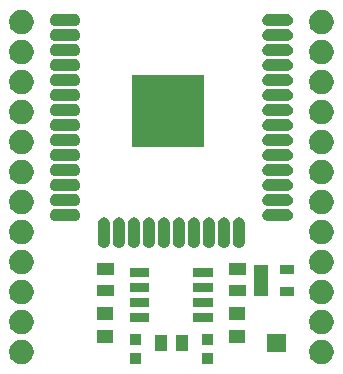
<source format=gbr>
G04 #@! TF.GenerationSoftware,KiCad,Pcbnew,(5.0.2)-1*
G04 #@! TF.CreationDate,2019-10-09T16:14:47+02:00*
G04 #@! TF.ProjectId,esp32-lifepo4,65737033-322d-46c6-9966-65706f342e6b,rev?*
G04 #@! TF.SameCoordinates,Original*
G04 #@! TF.FileFunction,Soldermask,Top*
G04 #@! TF.FilePolarity,Negative*
%FSLAX46Y46*%
G04 Gerber Fmt 4.6, Leading zero omitted, Abs format (unit mm)*
G04 Created by KiCad (PCBNEW (5.0.2)-1) date 09/10/2019 16:14:47*
%MOMM*%
%LPD*%
G01*
G04 APERTURE LIST*
%ADD10C,0.150000*%
G04 APERTURE END LIST*
D10*
G36*
X170483765Y-98058620D02*
X170673289Y-98137123D01*
X170843855Y-98251092D01*
X170988908Y-98396145D01*
X171102877Y-98566711D01*
X171181380Y-98756235D01*
X171221400Y-98957430D01*
X171221400Y-99162570D01*
X171181380Y-99363765D01*
X171102877Y-99553289D01*
X170988908Y-99723855D01*
X170843855Y-99868908D01*
X170673289Y-99982877D01*
X170483765Y-100061380D01*
X170282570Y-100101400D01*
X170077430Y-100101400D01*
X169876235Y-100061380D01*
X169686711Y-99982877D01*
X169516145Y-99868908D01*
X169371092Y-99723855D01*
X169257123Y-99553289D01*
X169178620Y-99363765D01*
X169138600Y-99162570D01*
X169138600Y-98957430D01*
X169178620Y-98756235D01*
X169257123Y-98566711D01*
X169371092Y-98396145D01*
X169516145Y-98251092D01*
X169686711Y-98137123D01*
X169876235Y-98058620D01*
X170077430Y-98018600D01*
X170282570Y-98018600D01*
X170483765Y-98058620D01*
X170483765Y-98058620D01*
G37*
G36*
X145083765Y-98058620D02*
X145273289Y-98137123D01*
X145443855Y-98251092D01*
X145588908Y-98396145D01*
X145702877Y-98566711D01*
X145781380Y-98756235D01*
X145821400Y-98957430D01*
X145821400Y-99162570D01*
X145781380Y-99363765D01*
X145702877Y-99553289D01*
X145588908Y-99723855D01*
X145443855Y-99868908D01*
X145273289Y-99982877D01*
X145083765Y-100061380D01*
X144882570Y-100101400D01*
X144677430Y-100101400D01*
X144476235Y-100061380D01*
X144286711Y-99982877D01*
X144116145Y-99868908D01*
X143971092Y-99723855D01*
X143857123Y-99553289D01*
X143778620Y-99363765D01*
X143738600Y-99162570D01*
X143738600Y-98957430D01*
X143778620Y-98756235D01*
X143857123Y-98566711D01*
X143971092Y-98396145D01*
X144116145Y-98251092D01*
X144286711Y-98137123D01*
X144476235Y-98058620D01*
X144677430Y-98018600D01*
X144882570Y-98018600D01*
X145083765Y-98058620D01*
X145083765Y-98058620D01*
G37*
G36*
X154883000Y-100057000D02*
X153981000Y-100057000D01*
X153981000Y-99155000D01*
X154883000Y-99155000D01*
X154883000Y-100057000D01*
X154883000Y-100057000D01*
G37*
G36*
X160979000Y-100057000D02*
X160077000Y-100057000D01*
X160077000Y-99155000D01*
X160979000Y-99155000D01*
X160979000Y-100057000D01*
X160979000Y-100057000D01*
G37*
G36*
X167195500Y-99034600D02*
X165544500Y-99034600D01*
X165544500Y-97561400D01*
X167195500Y-97561400D01*
X167195500Y-99034600D01*
X167195500Y-99034600D01*
G37*
G36*
X157081220Y-98999040D02*
X156080460Y-98999040D01*
X156080460Y-97596960D01*
X157081220Y-97596960D01*
X157081220Y-98999040D01*
X157081220Y-98999040D01*
G37*
G36*
X158879540Y-98999040D02*
X157878780Y-98999040D01*
X157878780Y-97596960D01*
X158879540Y-97596960D01*
X158879540Y-98999040D01*
X158879540Y-98999040D01*
G37*
G36*
X160979000Y-98457000D02*
X160077000Y-98457000D01*
X160077000Y-97555000D01*
X160979000Y-97555000D01*
X160979000Y-98457000D01*
X160979000Y-98457000D01*
G37*
G36*
X154883000Y-98457000D02*
X153981000Y-98457000D01*
X153981000Y-97555000D01*
X154883000Y-97555000D01*
X154883000Y-98457000D01*
X154883000Y-98457000D01*
G37*
G36*
X163744000Y-98325000D02*
X162392000Y-98325000D01*
X162392000Y-97223000D01*
X163744000Y-97223000D01*
X163744000Y-98325000D01*
X163744000Y-98325000D01*
G37*
G36*
X152568000Y-98325000D02*
X151216000Y-98325000D01*
X151216000Y-97223000D01*
X152568000Y-97223000D01*
X152568000Y-98325000D01*
X152568000Y-98325000D01*
G37*
G36*
X170483765Y-95518620D02*
X170673289Y-95597123D01*
X170843855Y-95711092D01*
X170988908Y-95856145D01*
X171102877Y-96026711D01*
X171181380Y-96216235D01*
X171221400Y-96417430D01*
X171221400Y-96622570D01*
X171181380Y-96823765D01*
X171102877Y-97013289D01*
X170988908Y-97183855D01*
X170843855Y-97328908D01*
X170673289Y-97442877D01*
X170483765Y-97521380D01*
X170282570Y-97561400D01*
X170077430Y-97561400D01*
X169876235Y-97521380D01*
X169686711Y-97442877D01*
X169516145Y-97328908D01*
X169371092Y-97183855D01*
X169257123Y-97013289D01*
X169178620Y-96823765D01*
X169138600Y-96622570D01*
X169138600Y-96417430D01*
X169178620Y-96216235D01*
X169257123Y-96026711D01*
X169371092Y-95856145D01*
X169516145Y-95711092D01*
X169686711Y-95597123D01*
X169876235Y-95518620D01*
X170077430Y-95478600D01*
X170282570Y-95478600D01*
X170483765Y-95518620D01*
X170483765Y-95518620D01*
G37*
G36*
X145083765Y-95518620D02*
X145273289Y-95597123D01*
X145443855Y-95711092D01*
X145588908Y-95856145D01*
X145702877Y-96026711D01*
X145781380Y-96216235D01*
X145821400Y-96417430D01*
X145821400Y-96622570D01*
X145781380Y-96823765D01*
X145702877Y-97013289D01*
X145588908Y-97183855D01*
X145443855Y-97328908D01*
X145273289Y-97442877D01*
X145083765Y-97521380D01*
X144882570Y-97561400D01*
X144677430Y-97561400D01*
X144476235Y-97521380D01*
X144286711Y-97442877D01*
X144116145Y-97328908D01*
X143971092Y-97183855D01*
X143857123Y-97013289D01*
X143778620Y-96823765D01*
X143738600Y-96622570D01*
X143738600Y-96417430D01*
X143778620Y-96216235D01*
X143857123Y-96026711D01*
X143971092Y-95856145D01*
X144116145Y-95711092D01*
X144286711Y-95597123D01*
X144476235Y-95518620D01*
X144677430Y-95478600D01*
X144882570Y-95478600D01*
X145083765Y-95518620D01*
X145083765Y-95518620D01*
G37*
G36*
X155606000Y-96490000D02*
X153954000Y-96490000D01*
X153954000Y-95788000D01*
X155606000Y-95788000D01*
X155606000Y-96490000D01*
X155606000Y-96490000D01*
G37*
G36*
X161006000Y-96490000D02*
X159354000Y-96490000D01*
X159354000Y-95788000D01*
X161006000Y-95788000D01*
X161006000Y-96490000D01*
X161006000Y-96490000D01*
G37*
G36*
X163744000Y-96325000D02*
X162392000Y-96325000D01*
X162392000Y-95223000D01*
X163744000Y-95223000D01*
X163744000Y-96325000D01*
X163744000Y-96325000D01*
G37*
G36*
X152568000Y-96325000D02*
X151216000Y-96325000D01*
X151216000Y-95223000D01*
X152568000Y-95223000D01*
X152568000Y-96325000D01*
X152568000Y-96325000D01*
G37*
G36*
X161006000Y-95220000D02*
X159354000Y-95220000D01*
X159354000Y-94518000D01*
X161006000Y-94518000D01*
X161006000Y-95220000D01*
X161006000Y-95220000D01*
G37*
G36*
X155606000Y-95220000D02*
X153954000Y-95220000D01*
X153954000Y-94518000D01*
X155606000Y-94518000D01*
X155606000Y-95220000D01*
X155606000Y-95220000D01*
G37*
G36*
X145083765Y-92978620D02*
X145273289Y-93057123D01*
X145443855Y-93171092D01*
X145588908Y-93316145D01*
X145702877Y-93486711D01*
X145781380Y-93676235D01*
X145821400Y-93877430D01*
X145821400Y-94082570D01*
X145781380Y-94283765D01*
X145702877Y-94473289D01*
X145588908Y-94643855D01*
X145443855Y-94788908D01*
X145273289Y-94902877D01*
X145083765Y-94981380D01*
X144882570Y-95021400D01*
X144677430Y-95021400D01*
X144476235Y-94981380D01*
X144286711Y-94902877D01*
X144116145Y-94788908D01*
X143971092Y-94643855D01*
X143857123Y-94473289D01*
X143778620Y-94283765D01*
X143738600Y-94082570D01*
X143738600Y-93877430D01*
X143778620Y-93676235D01*
X143857123Y-93486711D01*
X143971092Y-93316145D01*
X144116145Y-93171092D01*
X144286711Y-93057123D01*
X144476235Y-92978620D01*
X144677430Y-92938600D01*
X144882570Y-92938600D01*
X145083765Y-92978620D01*
X145083765Y-92978620D01*
G37*
G36*
X170483765Y-92978620D02*
X170673289Y-93057123D01*
X170843855Y-93171092D01*
X170988908Y-93316145D01*
X171102877Y-93486711D01*
X171181380Y-93676235D01*
X171221400Y-93877430D01*
X171221400Y-94082570D01*
X171181380Y-94283765D01*
X171102877Y-94473289D01*
X170988908Y-94643855D01*
X170843855Y-94788908D01*
X170673289Y-94902877D01*
X170483765Y-94981380D01*
X170282570Y-95021400D01*
X170077430Y-95021400D01*
X169876235Y-94981380D01*
X169686711Y-94902877D01*
X169516145Y-94788908D01*
X169371092Y-94643855D01*
X169257123Y-94473289D01*
X169178620Y-94283765D01*
X169138600Y-94082570D01*
X169138600Y-93877430D01*
X169178620Y-93676235D01*
X169257123Y-93486711D01*
X169371092Y-93316145D01*
X169516145Y-93171092D01*
X169686711Y-93057123D01*
X169876235Y-92978620D01*
X170077430Y-92938600D01*
X170282570Y-92938600D01*
X170483765Y-92978620D01*
X170483765Y-92978620D01*
G37*
G36*
X163769040Y-94363540D02*
X162366960Y-94363540D01*
X162366960Y-93362780D01*
X163769040Y-93362780D01*
X163769040Y-94363540D01*
X163769040Y-94363540D01*
G37*
G36*
X152593040Y-94363540D02*
X151190960Y-94363540D01*
X151190960Y-93362780D01*
X152593040Y-93362780D01*
X152593040Y-94363540D01*
X152593040Y-94363540D01*
G37*
G36*
X167881000Y-94356000D02*
X166719000Y-94356000D01*
X166719000Y-93604000D01*
X167881000Y-93604000D01*
X167881000Y-94356000D01*
X167881000Y-94356000D01*
G37*
G36*
X165681000Y-94356000D02*
X164519000Y-94356000D01*
X164519000Y-91704000D01*
X165681000Y-91704000D01*
X165681000Y-94356000D01*
X165681000Y-94356000D01*
G37*
G36*
X161006000Y-93950000D02*
X159354000Y-93950000D01*
X159354000Y-93248000D01*
X161006000Y-93248000D01*
X161006000Y-93950000D01*
X161006000Y-93950000D01*
G37*
G36*
X155606000Y-93950000D02*
X153954000Y-93950000D01*
X153954000Y-93248000D01*
X155606000Y-93248000D01*
X155606000Y-93950000D01*
X155606000Y-93950000D01*
G37*
G36*
X161006000Y-92680000D02*
X159354000Y-92680000D01*
X159354000Y-91978000D01*
X161006000Y-91978000D01*
X161006000Y-92680000D01*
X161006000Y-92680000D01*
G37*
G36*
X155606000Y-92680000D02*
X153954000Y-92680000D01*
X153954000Y-91978000D01*
X155606000Y-91978000D01*
X155606000Y-92680000D01*
X155606000Y-92680000D01*
G37*
G36*
X163769040Y-92565220D02*
X162366960Y-92565220D01*
X162366960Y-91564460D01*
X163769040Y-91564460D01*
X163769040Y-92565220D01*
X163769040Y-92565220D01*
G37*
G36*
X152593040Y-92565220D02*
X151190960Y-92565220D01*
X151190960Y-91564460D01*
X152593040Y-91564460D01*
X152593040Y-92565220D01*
X152593040Y-92565220D01*
G37*
G36*
X170483765Y-90438620D02*
X170673289Y-90517123D01*
X170843855Y-90631092D01*
X170988908Y-90776145D01*
X171102877Y-90946711D01*
X171181380Y-91136235D01*
X171221400Y-91337430D01*
X171221400Y-91542570D01*
X171181380Y-91743765D01*
X171102877Y-91933289D01*
X170988908Y-92103855D01*
X170843855Y-92248908D01*
X170673289Y-92362877D01*
X170483765Y-92441380D01*
X170282570Y-92481400D01*
X170077430Y-92481400D01*
X169876235Y-92441380D01*
X169686711Y-92362877D01*
X169516145Y-92248908D01*
X169371092Y-92103855D01*
X169257123Y-91933289D01*
X169178620Y-91743765D01*
X169138600Y-91542570D01*
X169138600Y-91337430D01*
X169178620Y-91136235D01*
X169257123Y-90946711D01*
X169371092Y-90776145D01*
X169516145Y-90631092D01*
X169686711Y-90517123D01*
X169876235Y-90438620D01*
X170077430Y-90398600D01*
X170282570Y-90398600D01*
X170483765Y-90438620D01*
X170483765Y-90438620D01*
G37*
G36*
X145083765Y-90438620D02*
X145273289Y-90517123D01*
X145443855Y-90631092D01*
X145588908Y-90776145D01*
X145702877Y-90946711D01*
X145781380Y-91136235D01*
X145821400Y-91337430D01*
X145821400Y-91542570D01*
X145781380Y-91743765D01*
X145702877Y-91933289D01*
X145588908Y-92103855D01*
X145443855Y-92248908D01*
X145273289Y-92362877D01*
X145083765Y-92441380D01*
X144882570Y-92481400D01*
X144677430Y-92481400D01*
X144476235Y-92441380D01*
X144286711Y-92362877D01*
X144116145Y-92248908D01*
X143971092Y-92103855D01*
X143857123Y-91933289D01*
X143778620Y-91743765D01*
X143738600Y-91542570D01*
X143738600Y-91337430D01*
X143778620Y-91136235D01*
X143857123Y-90946711D01*
X143971092Y-90776145D01*
X144116145Y-90631092D01*
X144286711Y-90517123D01*
X144476235Y-90438620D01*
X144677430Y-90398600D01*
X144882570Y-90398600D01*
X145083765Y-90438620D01*
X145083765Y-90438620D01*
G37*
G36*
X167881000Y-92456000D02*
X166719000Y-92456000D01*
X166719000Y-91704000D01*
X167881000Y-91704000D01*
X167881000Y-92456000D01*
X167881000Y-92456000D01*
G37*
G36*
X163293213Y-87656249D02*
X163387652Y-87684897D01*
X163474687Y-87731418D01*
X163550975Y-87794025D01*
X163613582Y-87870313D01*
X163660103Y-87957348D01*
X163688751Y-88051787D01*
X163696000Y-88125388D01*
X163696000Y-89774612D01*
X163688751Y-89848213D01*
X163660103Y-89942652D01*
X163613582Y-90029687D01*
X163550975Y-90105975D01*
X163474687Y-90168582D01*
X163387651Y-90215103D01*
X163293212Y-90243751D01*
X163195000Y-90253424D01*
X163096787Y-90243751D01*
X163002348Y-90215103D01*
X162915313Y-90168582D01*
X162839025Y-90105975D01*
X162776418Y-90029687D01*
X162729897Y-89942651D01*
X162701249Y-89848212D01*
X162694000Y-89774611D01*
X162694001Y-88125388D01*
X162701250Y-88051787D01*
X162729898Y-87957348D01*
X162776419Y-87870313D01*
X162839026Y-87794025D01*
X162915314Y-87731418D01*
X163002349Y-87684897D01*
X163096788Y-87656249D01*
X163195000Y-87646576D01*
X163293213Y-87656249D01*
X163293213Y-87656249D01*
G37*
G36*
X151863213Y-87656249D02*
X151957652Y-87684897D01*
X152044687Y-87731418D01*
X152120975Y-87794025D01*
X152183582Y-87870313D01*
X152230103Y-87957348D01*
X152258751Y-88051787D01*
X152266000Y-88125388D01*
X152266000Y-89774612D01*
X152258751Y-89848213D01*
X152230103Y-89942652D01*
X152183582Y-90029687D01*
X152120975Y-90105975D01*
X152044687Y-90168582D01*
X151957651Y-90215103D01*
X151863212Y-90243751D01*
X151765000Y-90253424D01*
X151666787Y-90243751D01*
X151572348Y-90215103D01*
X151485313Y-90168582D01*
X151409025Y-90105975D01*
X151346418Y-90029687D01*
X151299897Y-89942651D01*
X151271249Y-89848212D01*
X151264000Y-89774611D01*
X151264001Y-88125388D01*
X151271250Y-88051787D01*
X151299898Y-87957348D01*
X151346419Y-87870313D01*
X151409026Y-87794025D01*
X151485314Y-87731418D01*
X151572349Y-87684897D01*
X151666788Y-87656249D01*
X151765000Y-87646576D01*
X151863213Y-87656249D01*
X151863213Y-87656249D01*
G37*
G36*
X153133213Y-87656249D02*
X153227652Y-87684897D01*
X153314687Y-87731418D01*
X153390975Y-87794025D01*
X153453582Y-87870313D01*
X153500103Y-87957348D01*
X153528751Y-88051787D01*
X153536000Y-88125388D01*
X153536000Y-89774612D01*
X153528751Y-89848213D01*
X153500103Y-89942652D01*
X153453582Y-90029687D01*
X153390975Y-90105975D01*
X153314687Y-90168582D01*
X153227651Y-90215103D01*
X153133212Y-90243751D01*
X153035000Y-90253424D01*
X152936787Y-90243751D01*
X152842348Y-90215103D01*
X152755313Y-90168582D01*
X152679025Y-90105975D01*
X152616418Y-90029687D01*
X152569897Y-89942651D01*
X152541249Y-89848212D01*
X152534000Y-89774611D01*
X152534001Y-88125388D01*
X152541250Y-88051787D01*
X152569898Y-87957348D01*
X152616419Y-87870313D01*
X152679026Y-87794025D01*
X152755314Y-87731418D01*
X152842349Y-87684897D01*
X152936788Y-87656249D01*
X153035000Y-87646576D01*
X153133213Y-87656249D01*
X153133213Y-87656249D01*
G37*
G36*
X154403213Y-87656249D02*
X154497652Y-87684897D01*
X154584687Y-87731418D01*
X154660975Y-87794025D01*
X154723582Y-87870313D01*
X154770103Y-87957348D01*
X154798751Y-88051787D01*
X154806000Y-88125388D01*
X154806000Y-89774612D01*
X154798751Y-89848213D01*
X154770103Y-89942652D01*
X154723582Y-90029687D01*
X154660975Y-90105975D01*
X154584687Y-90168582D01*
X154497651Y-90215103D01*
X154403212Y-90243751D01*
X154305000Y-90253424D01*
X154206787Y-90243751D01*
X154112348Y-90215103D01*
X154025313Y-90168582D01*
X153949025Y-90105975D01*
X153886418Y-90029687D01*
X153839897Y-89942651D01*
X153811249Y-89848212D01*
X153804000Y-89774611D01*
X153804001Y-88125388D01*
X153811250Y-88051787D01*
X153839898Y-87957348D01*
X153886419Y-87870313D01*
X153949026Y-87794025D01*
X154025314Y-87731418D01*
X154112349Y-87684897D01*
X154206788Y-87656249D01*
X154305000Y-87646576D01*
X154403213Y-87656249D01*
X154403213Y-87656249D01*
G37*
G36*
X155673213Y-87656249D02*
X155767652Y-87684897D01*
X155854687Y-87731418D01*
X155930975Y-87794025D01*
X155993582Y-87870313D01*
X156040103Y-87957348D01*
X156068751Y-88051787D01*
X156076000Y-88125388D01*
X156076000Y-89774612D01*
X156068751Y-89848213D01*
X156040103Y-89942652D01*
X155993582Y-90029687D01*
X155930975Y-90105975D01*
X155854687Y-90168582D01*
X155767651Y-90215103D01*
X155673212Y-90243751D01*
X155575000Y-90253424D01*
X155476787Y-90243751D01*
X155382348Y-90215103D01*
X155295313Y-90168582D01*
X155219025Y-90105975D01*
X155156418Y-90029687D01*
X155109897Y-89942651D01*
X155081249Y-89848212D01*
X155074000Y-89774611D01*
X155074001Y-88125388D01*
X155081250Y-88051787D01*
X155109898Y-87957348D01*
X155156419Y-87870313D01*
X155219026Y-87794025D01*
X155295314Y-87731418D01*
X155382349Y-87684897D01*
X155476788Y-87656249D01*
X155575000Y-87646576D01*
X155673213Y-87656249D01*
X155673213Y-87656249D01*
G37*
G36*
X156943213Y-87656249D02*
X157037652Y-87684897D01*
X157124687Y-87731418D01*
X157200975Y-87794025D01*
X157263582Y-87870313D01*
X157310103Y-87957348D01*
X157338751Y-88051787D01*
X157346000Y-88125388D01*
X157346000Y-89774612D01*
X157338751Y-89848213D01*
X157310103Y-89942652D01*
X157263582Y-90029687D01*
X157200975Y-90105975D01*
X157124687Y-90168582D01*
X157037651Y-90215103D01*
X156943212Y-90243751D01*
X156845000Y-90253424D01*
X156746787Y-90243751D01*
X156652348Y-90215103D01*
X156565313Y-90168582D01*
X156489025Y-90105975D01*
X156426418Y-90029687D01*
X156379897Y-89942651D01*
X156351249Y-89848212D01*
X156344000Y-89774611D01*
X156344001Y-88125388D01*
X156351250Y-88051787D01*
X156379898Y-87957348D01*
X156426419Y-87870313D01*
X156489026Y-87794025D01*
X156565314Y-87731418D01*
X156652349Y-87684897D01*
X156746788Y-87656249D01*
X156845000Y-87646576D01*
X156943213Y-87656249D01*
X156943213Y-87656249D01*
G37*
G36*
X158213213Y-87656249D02*
X158307652Y-87684897D01*
X158394687Y-87731418D01*
X158470975Y-87794025D01*
X158533582Y-87870313D01*
X158580103Y-87957348D01*
X158608751Y-88051787D01*
X158616000Y-88125388D01*
X158616000Y-89774612D01*
X158608751Y-89848213D01*
X158580103Y-89942652D01*
X158533582Y-90029687D01*
X158470975Y-90105975D01*
X158394687Y-90168582D01*
X158307651Y-90215103D01*
X158213212Y-90243751D01*
X158115000Y-90253424D01*
X158016787Y-90243751D01*
X157922348Y-90215103D01*
X157835313Y-90168582D01*
X157759025Y-90105975D01*
X157696418Y-90029687D01*
X157649897Y-89942651D01*
X157621249Y-89848212D01*
X157614000Y-89774611D01*
X157614001Y-88125388D01*
X157621250Y-88051787D01*
X157649898Y-87957348D01*
X157696419Y-87870313D01*
X157759026Y-87794025D01*
X157835314Y-87731418D01*
X157922349Y-87684897D01*
X158016788Y-87656249D01*
X158115000Y-87646576D01*
X158213213Y-87656249D01*
X158213213Y-87656249D01*
G37*
G36*
X159483213Y-87656249D02*
X159577652Y-87684897D01*
X159664687Y-87731418D01*
X159740975Y-87794025D01*
X159803582Y-87870313D01*
X159850103Y-87957348D01*
X159878751Y-88051787D01*
X159886000Y-88125388D01*
X159886000Y-89774612D01*
X159878751Y-89848213D01*
X159850103Y-89942652D01*
X159803582Y-90029687D01*
X159740975Y-90105975D01*
X159664687Y-90168582D01*
X159577651Y-90215103D01*
X159483212Y-90243751D01*
X159385000Y-90253424D01*
X159286787Y-90243751D01*
X159192348Y-90215103D01*
X159105313Y-90168582D01*
X159029025Y-90105975D01*
X158966418Y-90029687D01*
X158919897Y-89942651D01*
X158891249Y-89848212D01*
X158884000Y-89774611D01*
X158884001Y-88125388D01*
X158891250Y-88051787D01*
X158919898Y-87957348D01*
X158966419Y-87870313D01*
X159029026Y-87794025D01*
X159105314Y-87731418D01*
X159192349Y-87684897D01*
X159286788Y-87656249D01*
X159385000Y-87646576D01*
X159483213Y-87656249D01*
X159483213Y-87656249D01*
G37*
G36*
X160753213Y-87656249D02*
X160847652Y-87684897D01*
X160934687Y-87731418D01*
X161010975Y-87794025D01*
X161073582Y-87870313D01*
X161120103Y-87957348D01*
X161148751Y-88051787D01*
X161156000Y-88125388D01*
X161156000Y-89774612D01*
X161148751Y-89848213D01*
X161120103Y-89942652D01*
X161073582Y-90029687D01*
X161010975Y-90105975D01*
X160934687Y-90168582D01*
X160847651Y-90215103D01*
X160753212Y-90243751D01*
X160655000Y-90253424D01*
X160556787Y-90243751D01*
X160462348Y-90215103D01*
X160375313Y-90168582D01*
X160299025Y-90105975D01*
X160236418Y-90029687D01*
X160189897Y-89942651D01*
X160161249Y-89848212D01*
X160154000Y-89774611D01*
X160154001Y-88125388D01*
X160161250Y-88051787D01*
X160189898Y-87957348D01*
X160236419Y-87870313D01*
X160299026Y-87794025D01*
X160375314Y-87731418D01*
X160462349Y-87684897D01*
X160556788Y-87656249D01*
X160655000Y-87646576D01*
X160753213Y-87656249D01*
X160753213Y-87656249D01*
G37*
G36*
X162023213Y-87656249D02*
X162117652Y-87684897D01*
X162204687Y-87731418D01*
X162280975Y-87794025D01*
X162343582Y-87870313D01*
X162390103Y-87957348D01*
X162418751Y-88051787D01*
X162426000Y-88125388D01*
X162426000Y-89774612D01*
X162418751Y-89848213D01*
X162390103Y-89942652D01*
X162343582Y-90029687D01*
X162280975Y-90105975D01*
X162204687Y-90168582D01*
X162117651Y-90215103D01*
X162023212Y-90243751D01*
X161925000Y-90253424D01*
X161826787Y-90243751D01*
X161732348Y-90215103D01*
X161645313Y-90168582D01*
X161569025Y-90105975D01*
X161506418Y-90029687D01*
X161459897Y-89942651D01*
X161431249Y-89848212D01*
X161424000Y-89774611D01*
X161424001Y-88125388D01*
X161431250Y-88051787D01*
X161459898Y-87957348D01*
X161506419Y-87870313D01*
X161569026Y-87794025D01*
X161645314Y-87731418D01*
X161732349Y-87684897D01*
X161826788Y-87656249D01*
X161925000Y-87646576D01*
X162023213Y-87656249D01*
X162023213Y-87656249D01*
G37*
G36*
X145083765Y-87898620D02*
X145273289Y-87977123D01*
X145443855Y-88091092D01*
X145588908Y-88236145D01*
X145702877Y-88406711D01*
X145781380Y-88596235D01*
X145821400Y-88797430D01*
X145821400Y-89002570D01*
X145781380Y-89203765D01*
X145702877Y-89393289D01*
X145588908Y-89563855D01*
X145443855Y-89708908D01*
X145273289Y-89822877D01*
X145083765Y-89901380D01*
X144882570Y-89941400D01*
X144677430Y-89941400D01*
X144476235Y-89901380D01*
X144286711Y-89822877D01*
X144116145Y-89708908D01*
X143971092Y-89563855D01*
X143857123Y-89393289D01*
X143778620Y-89203765D01*
X143738600Y-89002570D01*
X143738600Y-88797430D01*
X143778620Y-88596235D01*
X143857123Y-88406711D01*
X143971092Y-88236145D01*
X144116145Y-88091092D01*
X144286711Y-87977123D01*
X144476235Y-87898620D01*
X144677430Y-87858600D01*
X144882570Y-87858600D01*
X145083765Y-87898620D01*
X145083765Y-87898620D01*
G37*
G36*
X170483765Y-87898620D02*
X170673289Y-87977123D01*
X170843855Y-88091092D01*
X170988908Y-88236145D01*
X171102877Y-88406711D01*
X171181380Y-88596235D01*
X171221400Y-88797430D01*
X171221400Y-89002570D01*
X171181380Y-89203765D01*
X171102877Y-89393289D01*
X170988908Y-89563855D01*
X170843855Y-89708908D01*
X170673289Y-89822877D01*
X170483765Y-89901380D01*
X170282570Y-89941400D01*
X170077430Y-89941400D01*
X169876235Y-89901380D01*
X169686711Y-89822877D01*
X169516145Y-89708908D01*
X169371092Y-89563855D01*
X169257123Y-89393289D01*
X169178620Y-89203765D01*
X169138600Y-89002570D01*
X169138600Y-88797430D01*
X169178620Y-88596235D01*
X169257123Y-88406711D01*
X169371092Y-88236145D01*
X169516145Y-88091092D01*
X169686711Y-87977123D01*
X169876235Y-87898620D01*
X170077430Y-87858600D01*
X170282570Y-87858600D01*
X170483765Y-87898620D01*
X170483765Y-87898620D01*
G37*
G36*
X149378213Y-86966249D02*
X149472652Y-86994897D01*
X149559687Y-87041418D01*
X149635975Y-87104025D01*
X149698582Y-87180313D01*
X149745103Y-87267348D01*
X149773751Y-87361787D01*
X149783424Y-87460000D01*
X149773751Y-87558213D01*
X149745103Y-87652652D01*
X149698582Y-87739687D01*
X149635975Y-87815975D01*
X149559687Y-87878582D01*
X149472652Y-87925103D01*
X149378213Y-87953751D01*
X149304612Y-87961000D01*
X147655388Y-87961000D01*
X147581787Y-87953751D01*
X147487348Y-87925103D01*
X147400313Y-87878582D01*
X147324025Y-87815975D01*
X147261418Y-87739687D01*
X147214897Y-87652652D01*
X147186249Y-87558213D01*
X147176576Y-87460000D01*
X147186249Y-87361787D01*
X147214897Y-87267348D01*
X147261418Y-87180313D01*
X147324025Y-87104025D01*
X147400313Y-87041418D01*
X147487348Y-86994897D01*
X147581787Y-86966249D01*
X147655388Y-86959000D01*
X149304612Y-86959000D01*
X149378213Y-86966249D01*
X149378213Y-86966249D01*
G37*
G36*
X167378213Y-86966249D02*
X167472652Y-86994897D01*
X167559687Y-87041418D01*
X167635975Y-87104025D01*
X167698582Y-87180313D01*
X167745103Y-87267348D01*
X167773751Y-87361787D01*
X167783424Y-87460000D01*
X167773751Y-87558213D01*
X167745103Y-87652652D01*
X167698582Y-87739687D01*
X167635975Y-87815975D01*
X167559687Y-87878582D01*
X167472652Y-87925103D01*
X167378213Y-87953751D01*
X167304612Y-87961000D01*
X165655388Y-87961000D01*
X165581787Y-87953751D01*
X165487348Y-87925103D01*
X165400313Y-87878582D01*
X165324025Y-87815975D01*
X165261418Y-87739687D01*
X165214897Y-87652652D01*
X165186249Y-87558213D01*
X165176576Y-87460000D01*
X165186249Y-87361787D01*
X165214897Y-87267348D01*
X165261418Y-87180313D01*
X165324025Y-87104025D01*
X165400313Y-87041418D01*
X165487348Y-86994897D01*
X165581787Y-86966249D01*
X165655388Y-86959000D01*
X167304612Y-86959000D01*
X167378213Y-86966249D01*
X167378213Y-86966249D01*
G37*
G36*
X145083765Y-85358620D02*
X145273289Y-85437123D01*
X145443855Y-85551092D01*
X145588908Y-85696145D01*
X145702877Y-85866711D01*
X145781380Y-86056235D01*
X145821400Y-86257430D01*
X145821400Y-86462570D01*
X145781380Y-86663765D01*
X145702877Y-86853289D01*
X145588908Y-87023855D01*
X145443855Y-87168908D01*
X145273289Y-87282877D01*
X145083765Y-87361380D01*
X144882570Y-87401400D01*
X144677430Y-87401400D01*
X144476235Y-87361380D01*
X144286711Y-87282877D01*
X144116145Y-87168908D01*
X143971092Y-87023855D01*
X143857123Y-86853289D01*
X143778620Y-86663765D01*
X143738600Y-86462570D01*
X143738600Y-86257430D01*
X143778620Y-86056235D01*
X143857123Y-85866711D01*
X143971092Y-85696145D01*
X144116145Y-85551092D01*
X144286711Y-85437123D01*
X144476235Y-85358620D01*
X144677430Y-85318600D01*
X144882570Y-85318600D01*
X145083765Y-85358620D01*
X145083765Y-85358620D01*
G37*
G36*
X170483765Y-85358620D02*
X170673289Y-85437123D01*
X170843855Y-85551092D01*
X170988908Y-85696145D01*
X171102877Y-85866711D01*
X171181380Y-86056235D01*
X171221400Y-86257430D01*
X171221400Y-86462570D01*
X171181380Y-86663765D01*
X171102877Y-86853289D01*
X170988908Y-87023855D01*
X170843855Y-87168908D01*
X170673289Y-87282877D01*
X170483765Y-87361380D01*
X170282570Y-87401400D01*
X170077430Y-87401400D01*
X169876235Y-87361380D01*
X169686711Y-87282877D01*
X169516145Y-87168908D01*
X169371092Y-87023855D01*
X169257123Y-86853289D01*
X169178620Y-86663765D01*
X169138600Y-86462570D01*
X169138600Y-86257430D01*
X169178620Y-86056235D01*
X169257123Y-85866711D01*
X169371092Y-85696145D01*
X169516145Y-85551092D01*
X169686711Y-85437123D01*
X169876235Y-85358620D01*
X170077430Y-85318600D01*
X170282570Y-85318600D01*
X170483765Y-85358620D01*
X170483765Y-85358620D01*
G37*
G36*
X149378213Y-85696249D02*
X149472652Y-85724897D01*
X149559687Y-85771418D01*
X149635975Y-85834025D01*
X149698582Y-85910313D01*
X149745103Y-85997348D01*
X149773751Y-86091787D01*
X149783424Y-86190000D01*
X149773751Y-86288213D01*
X149745103Y-86382652D01*
X149698582Y-86469687D01*
X149635975Y-86545975D01*
X149559687Y-86608582D01*
X149472652Y-86655103D01*
X149378213Y-86683751D01*
X149304612Y-86691000D01*
X147655388Y-86691000D01*
X147581787Y-86683751D01*
X147487348Y-86655103D01*
X147400313Y-86608582D01*
X147324025Y-86545975D01*
X147261418Y-86469687D01*
X147214897Y-86382652D01*
X147186249Y-86288213D01*
X147176576Y-86190000D01*
X147186249Y-86091787D01*
X147214897Y-85997348D01*
X147261418Y-85910313D01*
X147324025Y-85834025D01*
X147400313Y-85771418D01*
X147487348Y-85724897D01*
X147581787Y-85696249D01*
X147655388Y-85689000D01*
X149304612Y-85689000D01*
X149378213Y-85696249D01*
X149378213Y-85696249D01*
G37*
G36*
X167378213Y-85696249D02*
X167472652Y-85724897D01*
X167559687Y-85771418D01*
X167635975Y-85834025D01*
X167698582Y-85910313D01*
X167745103Y-85997348D01*
X167773751Y-86091787D01*
X167783424Y-86190000D01*
X167773751Y-86288213D01*
X167745103Y-86382652D01*
X167698582Y-86469687D01*
X167635975Y-86545975D01*
X167559687Y-86608582D01*
X167472652Y-86655103D01*
X167378213Y-86683751D01*
X167304612Y-86691000D01*
X165655388Y-86691000D01*
X165581787Y-86683751D01*
X165487348Y-86655103D01*
X165400313Y-86608582D01*
X165324025Y-86545975D01*
X165261418Y-86469687D01*
X165214897Y-86382652D01*
X165186249Y-86288213D01*
X165176576Y-86190000D01*
X165186249Y-86091787D01*
X165214897Y-85997348D01*
X165261418Y-85910313D01*
X165324025Y-85834025D01*
X165400313Y-85771418D01*
X165487348Y-85724897D01*
X165581787Y-85696249D01*
X165655388Y-85689000D01*
X167304612Y-85689000D01*
X167378213Y-85696249D01*
X167378213Y-85696249D01*
G37*
G36*
X167378213Y-84426249D02*
X167472652Y-84454897D01*
X167559687Y-84501418D01*
X167635975Y-84564025D01*
X167698582Y-84640313D01*
X167745103Y-84727348D01*
X167773751Y-84821787D01*
X167783424Y-84920000D01*
X167773751Y-85018213D01*
X167745103Y-85112652D01*
X167698582Y-85199687D01*
X167635975Y-85275975D01*
X167559687Y-85338582D01*
X167472652Y-85385103D01*
X167378213Y-85413751D01*
X167304612Y-85421000D01*
X165655388Y-85421000D01*
X165581787Y-85413751D01*
X165487348Y-85385103D01*
X165400313Y-85338582D01*
X165324025Y-85275975D01*
X165261418Y-85199687D01*
X165214897Y-85112652D01*
X165186249Y-85018213D01*
X165176576Y-84920000D01*
X165186249Y-84821787D01*
X165214897Y-84727348D01*
X165261418Y-84640313D01*
X165324025Y-84564025D01*
X165400313Y-84501418D01*
X165487348Y-84454897D01*
X165581787Y-84426249D01*
X165655388Y-84419000D01*
X167304612Y-84419000D01*
X167378213Y-84426249D01*
X167378213Y-84426249D01*
G37*
G36*
X149378213Y-84426249D02*
X149472652Y-84454897D01*
X149559687Y-84501418D01*
X149635975Y-84564025D01*
X149698582Y-84640313D01*
X149745103Y-84727348D01*
X149773751Y-84821787D01*
X149783424Y-84920000D01*
X149773751Y-85018213D01*
X149745103Y-85112652D01*
X149698582Y-85199687D01*
X149635975Y-85275975D01*
X149559687Y-85338582D01*
X149472652Y-85385103D01*
X149378213Y-85413751D01*
X149304612Y-85421000D01*
X147655388Y-85421000D01*
X147581787Y-85413751D01*
X147487348Y-85385103D01*
X147400313Y-85338582D01*
X147324025Y-85275975D01*
X147261418Y-85199687D01*
X147214897Y-85112652D01*
X147186249Y-85018213D01*
X147176576Y-84920000D01*
X147186249Y-84821787D01*
X147214897Y-84727348D01*
X147261418Y-84640313D01*
X147324025Y-84564025D01*
X147400313Y-84501418D01*
X147487348Y-84454897D01*
X147581787Y-84426249D01*
X147655388Y-84419000D01*
X149304612Y-84419000D01*
X149378213Y-84426249D01*
X149378213Y-84426249D01*
G37*
G36*
X145083765Y-82818620D02*
X145273289Y-82897123D01*
X145443855Y-83011092D01*
X145588908Y-83156145D01*
X145702877Y-83326711D01*
X145781380Y-83516235D01*
X145821400Y-83717430D01*
X145821400Y-83922570D01*
X145781380Y-84123765D01*
X145702877Y-84313289D01*
X145588908Y-84483855D01*
X145443855Y-84628908D01*
X145273289Y-84742877D01*
X145083765Y-84821380D01*
X144882570Y-84861400D01*
X144677430Y-84861400D01*
X144476235Y-84821380D01*
X144286711Y-84742877D01*
X144116145Y-84628908D01*
X143971092Y-84483855D01*
X143857123Y-84313289D01*
X143778620Y-84123765D01*
X143738600Y-83922570D01*
X143738600Y-83717430D01*
X143778620Y-83516235D01*
X143857123Y-83326711D01*
X143971092Y-83156145D01*
X144116145Y-83011092D01*
X144286711Y-82897123D01*
X144476235Y-82818620D01*
X144677430Y-82778600D01*
X144882570Y-82778600D01*
X145083765Y-82818620D01*
X145083765Y-82818620D01*
G37*
G36*
X170483765Y-82818620D02*
X170673289Y-82897123D01*
X170843855Y-83011092D01*
X170988908Y-83156145D01*
X171102877Y-83326711D01*
X171181380Y-83516235D01*
X171221400Y-83717430D01*
X171221400Y-83922570D01*
X171181380Y-84123765D01*
X171102877Y-84313289D01*
X170988908Y-84483855D01*
X170843855Y-84628908D01*
X170673289Y-84742877D01*
X170483765Y-84821380D01*
X170282570Y-84861400D01*
X170077430Y-84861400D01*
X169876235Y-84821380D01*
X169686711Y-84742877D01*
X169516145Y-84628908D01*
X169371092Y-84483855D01*
X169257123Y-84313289D01*
X169178620Y-84123765D01*
X169138600Y-83922570D01*
X169138600Y-83717430D01*
X169178620Y-83516235D01*
X169257123Y-83326711D01*
X169371092Y-83156145D01*
X169516145Y-83011092D01*
X169686711Y-82897123D01*
X169876235Y-82818620D01*
X170077430Y-82778600D01*
X170282570Y-82778600D01*
X170483765Y-82818620D01*
X170483765Y-82818620D01*
G37*
G36*
X167378213Y-83156249D02*
X167472652Y-83184897D01*
X167559687Y-83231418D01*
X167635975Y-83294025D01*
X167698582Y-83370313D01*
X167745103Y-83457348D01*
X167773751Y-83551787D01*
X167783424Y-83650000D01*
X167773751Y-83748213D01*
X167745103Y-83842652D01*
X167698582Y-83929687D01*
X167635975Y-84005975D01*
X167559687Y-84068582D01*
X167472652Y-84115103D01*
X167378213Y-84143751D01*
X167304612Y-84151000D01*
X165655388Y-84151000D01*
X165581787Y-84143751D01*
X165487348Y-84115103D01*
X165400313Y-84068582D01*
X165324025Y-84005975D01*
X165261418Y-83929687D01*
X165214897Y-83842652D01*
X165186249Y-83748213D01*
X165176576Y-83650000D01*
X165186249Y-83551787D01*
X165214897Y-83457348D01*
X165261418Y-83370313D01*
X165324025Y-83294025D01*
X165400313Y-83231418D01*
X165487348Y-83184897D01*
X165581787Y-83156249D01*
X165655388Y-83149000D01*
X167304612Y-83149000D01*
X167378213Y-83156249D01*
X167378213Y-83156249D01*
G37*
G36*
X149378213Y-83156249D02*
X149472652Y-83184897D01*
X149559687Y-83231418D01*
X149635975Y-83294025D01*
X149698582Y-83370313D01*
X149745103Y-83457348D01*
X149773751Y-83551787D01*
X149783424Y-83650000D01*
X149773751Y-83748213D01*
X149745103Y-83842652D01*
X149698582Y-83929687D01*
X149635975Y-84005975D01*
X149559687Y-84068582D01*
X149472652Y-84115103D01*
X149378213Y-84143751D01*
X149304612Y-84151000D01*
X147655388Y-84151000D01*
X147581787Y-84143751D01*
X147487348Y-84115103D01*
X147400313Y-84068582D01*
X147324025Y-84005975D01*
X147261418Y-83929687D01*
X147214897Y-83842652D01*
X147186249Y-83748213D01*
X147176576Y-83650000D01*
X147186249Y-83551787D01*
X147214897Y-83457348D01*
X147261418Y-83370313D01*
X147324025Y-83294025D01*
X147400313Y-83231418D01*
X147487348Y-83184897D01*
X147581787Y-83156249D01*
X147655388Y-83149000D01*
X149304612Y-83149000D01*
X149378213Y-83156249D01*
X149378213Y-83156249D01*
G37*
G36*
X149378213Y-81886249D02*
X149472652Y-81914897D01*
X149559687Y-81961418D01*
X149635975Y-82024025D01*
X149698582Y-82100313D01*
X149745103Y-82187348D01*
X149773751Y-82281787D01*
X149783424Y-82380000D01*
X149773751Y-82478213D01*
X149745103Y-82572652D01*
X149698582Y-82659687D01*
X149635975Y-82735975D01*
X149559687Y-82798582D01*
X149472652Y-82845103D01*
X149378213Y-82873751D01*
X149304612Y-82881000D01*
X147655388Y-82881000D01*
X147581787Y-82873751D01*
X147487348Y-82845103D01*
X147400313Y-82798582D01*
X147324025Y-82735975D01*
X147261418Y-82659687D01*
X147214897Y-82572652D01*
X147186249Y-82478213D01*
X147176576Y-82380000D01*
X147186249Y-82281787D01*
X147214897Y-82187348D01*
X147261418Y-82100313D01*
X147324025Y-82024025D01*
X147400313Y-81961418D01*
X147487348Y-81914897D01*
X147581787Y-81886249D01*
X147655388Y-81879000D01*
X149304612Y-81879000D01*
X149378213Y-81886249D01*
X149378213Y-81886249D01*
G37*
G36*
X167378213Y-81886249D02*
X167472652Y-81914897D01*
X167559687Y-81961418D01*
X167635975Y-82024025D01*
X167698582Y-82100313D01*
X167745103Y-82187348D01*
X167773751Y-82281787D01*
X167783424Y-82380000D01*
X167773751Y-82478213D01*
X167745103Y-82572652D01*
X167698582Y-82659687D01*
X167635975Y-82735975D01*
X167559687Y-82798582D01*
X167472652Y-82845103D01*
X167378213Y-82873751D01*
X167304612Y-82881000D01*
X165655388Y-82881000D01*
X165581787Y-82873751D01*
X165487348Y-82845103D01*
X165400313Y-82798582D01*
X165324025Y-82735975D01*
X165261418Y-82659687D01*
X165214897Y-82572652D01*
X165186249Y-82478213D01*
X165176576Y-82380000D01*
X165186249Y-82281787D01*
X165214897Y-82187348D01*
X165261418Y-82100313D01*
X165324025Y-82024025D01*
X165400313Y-81961418D01*
X165487348Y-81914897D01*
X165581787Y-81886249D01*
X165655388Y-81879000D01*
X167304612Y-81879000D01*
X167378213Y-81886249D01*
X167378213Y-81886249D01*
G37*
G36*
X145083765Y-80278620D02*
X145273289Y-80357123D01*
X145443855Y-80471092D01*
X145588908Y-80616145D01*
X145702877Y-80786711D01*
X145781380Y-80976235D01*
X145821400Y-81177430D01*
X145821400Y-81382570D01*
X145781380Y-81583765D01*
X145702877Y-81773289D01*
X145588908Y-81943855D01*
X145443855Y-82088908D01*
X145273289Y-82202877D01*
X145083765Y-82281380D01*
X144882570Y-82321400D01*
X144677430Y-82321400D01*
X144476235Y-82281380D01*
X144286711Y-82202877D01*
X144116145Y-82088908D01*
X143971092Y-81943855D01*
X143857123Y-81773289D01*
X143778620Y-81583765D01*
X143738600Y-81382570D01*
X143738600Y-81177430D01*
X143778620Y-80976235D01*
X143857123Y-80786711D01*
X143971092Y-80616145D01*
X144116145Y-80471092D01*
X144286711Y-80357123D01*
X144476235Y-80278620D01*
X144677430Y-80238600D01*
X144882570Y-80238600D01*
X145083765Y-80278620D01*
X145083765Y-80278620D01*
G37*
G36*
X170483765Y-80278620D02*
X170673289Y-80357123D01*
X170843855Y-80471092D01*
X170988908Y-80616145D01*
X171102877Y-80786711D01*
X171181380Y-80976235D01*
X171221400Y-81177430D01*
X171221400Y-81382570D01*
X171181380Y-81583765D01*
X171102877Y-81773289D01*
X170988908Y-81943855D01*
X170843855Y-82088908D01*
X170673289Y-82202877D01*
X170483765Y-82281380D01*
X170282570Y-82321400D01*
X170077430Y-82321400D01*
X169876235Y-82281380D01*
X169686711Y-82202877D01*
X169516145Y-82088908D01*
X169371092Y-81943855D01*
X169257123Y-81773289D01*
X169178620Y-81583765D01*
X169138600Y-81382570D01*
X169138600Y-81177430D01*
X169178620Y-80976235D01*
X169257123Y-80786711D01*
X169371092Y-80616145D01*
X169516145Y-80471092D01*
X169686711Y-80357123D01*
X169876235Y-80278620D01*
X170077430Y-80238600D01*
X170282570Y-80238600D01*
X170483765Y-80278620D01*
X170483765Y-80278620D01*
G37*
G36*
X160231000Y-81701000D02*
X154129000Y-81701000D01*
X154129000Y-75599000D01*
X160231000Y-75599000D01*
X160231000Y-81701000D01*
X160231000Y-81701000D01*
G37*
G36*
X149378213Y-80616249D02*
X149472652Y-80644897D01*
X149559687Y-80691418D01*
X149635975Y-80754025D01*
X149698582Y-80830313D01*
X149745103Y-80917348D01*
X149773751Y-81011787D01*
X149783424Y-81110000D01*
X149773751Y-81208213D01*
X149745103Y-81302652D01*
X149698582Y-81389687D01*
X149635975Y-81465975D01*
X149559687Y-81528582D01*
X149472652Y-81575103D01*
X149378213Y-81603751D01*
X149304612Y-81611000D01*
X147655388Y-81611000D01*
X147581787Y-81603751D01*
X147487348Y-81575103D01*
X147400313Y-81528582D01*
X147324025Y-81465975D01*
X147261418Y-81389687D01*
X147214897Y-81302652D01*
X147186249Y-81208213D01*
X147176576Y-81110000D01*
X147186249Y-81011787D01*
X147214897Y-80917348D01*
X147261418Y-80830313D01*
X147324025Y-80754025D01*
X147400313Y-80691418D01*
X147487348Y-80644897D01*
X147581787Y-80616249D01*
X147655388Y-80609000D01*
X149304612Y-80609000D01*
X149378213Y-80616249D01*
X149378213Y-80616249D01*
G37*
G36*
X167378213Y-80616249D02*
X167472652Y-80644897D01*
X167559687Y-80691418D01*
X167635975Y-80754025D01*
X167698582Y-80830313D01*
X167745103Y-80917348D01*
X167773751Y-81011787D01*
X167783424Y-81110000D01*
X167773751Y-81208213D01*
X167745103Y-81302652D01*
X167698582Y-81389687D01*
X167635975Y-81465975D01*
X167559687Y-81528582D01*
X167472652Y-81575103D01*
X167378213Y-81603751D01*
X167304612Y-81611000D01*
X165655388Y-81611000D01*
X165581787Y-81603751D01*
X165487348Y-81575103D01*
X165400313Y-81528582D01*
X165324025Y-81465975D01*
X165261418Y-81389687D01*
X165214897Y-81302652D01*
X165186249Y-81208213D01*
X165176576Y-81110000D01*
X165186249Y-81011787D01*
X165214897Y-80917348D01*
X165261418Y-80830313D01*
X165324025Y-80754025D01*
X165400313Y-80691418D01*
X165487348Y-80644897D01*
X165581787Y-80616249D01*
X165655388Y-80609000D01*
X167304612Y-80609000D01*
X167378213Y-80616249D01*
X167378213Y-80616249D01*
G37*
G36*
X167378213Y-79346249D02*
X167472652Y-79374897D01*
X167559687Y-79421418D01*
X167635975Y-79484025D01*
X167698582Y-79560313D01*
X167745103Y-79647348D01*
X167773751Y-79741787D01*
X167783424Y-79840000D01*
X167773751Y-79938213D01*
X167745103Y-80032652D01*
X167698582Y-80119687D01*
X167635975Y-80195975D01*
X167559687Y-80258582D01*
X167472652Y-80305103D01*
X167378213Y-80333751D01*
X167304612Y-80341000D01*
X165655388Y-80341000D01*
X165581787Y-80333751D01*
X165487348Y-80305103D01*
X165400313Y-80258582D01*
X165324025Y-80195975D01*
X165261418Y-80119687D01*
X165214897Y-80032652D01*
X165186249Y-79938213D01*
X165176576Y-79840000D01*
X165186249Y-79741787D01*
X165214897Y-79647348D01*
X165261418Y-79560313D01*
X165324025Y-79484025D01*
X165400313Y-79421418D01*
X165487348Y-79374897D01*
X165581787Y-79346249D01*
X165655388Y-79339000D01*
X167304612Y-79339000D01*
X167378213Y-79346249D01*
X167378213Y-79346249D01*
G37*
G36*
X149378213Y-79346249D02*
X149472652Y-79374897D01*
X149559687Y-79421418D01*
X149635975Y-79484025D01*
X149698582Y-79560313D01*
X149745103Y-79647348D01*
X149773751Y-79741787D01*
X149783424Y-79840000D01*
X149773751Y-79938213D01*
X149745103Y-80032652D01*
X149698582Y-80119687D01*
X149635975Y-80195975D01*
X149559687Y-80258582D01*
X149472652Y-80305103D01*
X149378213Y-80333751D01*
X149304612Y-80341000D01*
X147655388Y-80341000D01*
X147581787Y-80333751D01*
X147487348Y-80305103D01*
X147400313Y-80258582D01*
X147324025Y-80195975D01*
X147261418Y-80119687D01*
X147214897Y-80032652D01*
X147186249Y-79938213D01*
X147176576Y-79840000D01*
X147186249Y-79741787D01*
X147214897Y-79647348D01*
X147261418Y-79560313D01*
X147324025Y-79484025D01*
X147400313Y-79421418D01*
X147487348Y-79374897D01*
X147581787Y-79346249D01*
X147655388Y-79339000D01*
X149304612Y-79339000D01*
X149378213Y-79346249D01*
X149378213Y-79346249D01*
G37*
G36*
X170483765Y-77738620D02*
X170673289Y-77817123D01*
X170843855Y-77931092D01*
X170988908Y-78076145D01*
X171102877Y-78246711D01*
X171181380Y-78436235D01*
X171221400Y-78637430D01*
X171221400Y-78842570D01*
X171181380Y-79043765D01*
X171102877Y-79233289D01*
X170988908Y-79403855D01*
X170843855Y-79548908D01*
X170673289Y-79662877D01*
X170483765Y-79741380D01*
X170282570Y-79781400D01*
X170077430Y-79781400D01*
X169876235Y-79741380D01*
X169686711Y-79662877D01*
X169516145Y-79548908D01*
X169371092Y-79403855D01*
X169257123Y-79233289D01*
X169178620Y-79043765D01*
X169138600Y-78842570D01*
X169138600Y-78637430D01*
X169178620Y-78436235D01*
X169257123Y-78246711D01*
X169371092Y-78076145D01*
X169516145Y-77931092D01*
X169686711Y-77817123D01*
X169876235Y-77738620D01*
X170077430Y-77698600D01*
X170282570Y-77698600D01*
X170483765Y-77738620D01*
X170483765Y-77738620D01*
G37*
G36*
X145083765Y-77738620D02*
X145273289Y-77817123D01*
X145443855Y-77931092D01*
X145588908Y-78076145D01*
X145702877Y-78246711D01*
X145781380Y-78436235D01*
X145821400Y-78637430D01*
X145821400Y-78842570D01*
X145781380Y-79043765D01*
X145702877Y-79233289D01*
X145588908Y-79403855D01*
X145443855Y-79548908D01*
X145273289Y-79662877D01*
X145083765Y-79741380D01*
X144882570Y-79781400D01*
X144677430Y-79781400D01*
X144476235Y-79741380D01*
X144286711Y-79662877D01*
X144116145Y-79548908D01*
X143971092Y-79403855D01*
X143857123Y-79233289D01*
X143778620Y-79043765D01*
X143738600Y-78842570D01*
X143738600Y-78637430D01*
X143778620Y-78436235D01*
X143857123Y-78246711D01*
X143971092Y-78076145D01*
X144116145Y-77931092D01*
X144286711Y-77817123D01*
X144476235Y-77738620D01*
X144677430Y-77698600D01*
X144882570Y-77698600D01*
X145083765Y-77738620D01*
X145083765Y-77738620D01*
G37*
G36*
X167378213Y-78076249D02*
X167472652Y-78104897D01*
X167559687Y-78151418D01*
X167635975Y-78214025D01*
X167698582Y-78290313D01*
X167745103Y-78377348D01*
X167773751Y-78471787D01*
X167783424Y-78570000D01*
X167773751Y-78668213D01*
X167745103Y-78762652D01*
X167698582Y-78849687D01*
X167635975Y-78925975D01*
X167559687Y-78988582D01*
X167472652Y-79035103D01*
X167378213Y-79063751D01*
X167304612Y-79071000D01*
X165655388Y-79071000D01*
X165581787Y-79063751D01*
X165487348Y-79035103D01*
X165400313Y-78988582D01*
X165324025Y-78925975D01*
X165261418Y-78849687D01*
X165214897Y-78762652D01*
X165186249Y-78668213D01*
X165176576Y-78570000D01*
X165186249Y-78471787D01*
X165214897Y-78377348D01*
X165261418Y-78290313D01*
X165324025Y-78214025D01*
X165400313Y-78151418D01*
X165487348Y-78104897D01*
X165581787Y-78076249D01*
X165655388Y-78069000D01*
X167304612Y-78069000D01*
X167378213Y-78076249D01*
X167378213Y-78076249D01*
G37*
G36*
X149378213Y-78076249D02*
X149472652Y-78104897D01*
X149559687Y-78151418D01*
X149635975Y-78214025D01*
X149698582Y-78290313D01*
X149745103Y-78377348D01*
X149773751Y-78471787D01*
X149783424Y-78570000D01*
X149773751Y-78668213D01*
X149745103Y-78762652D01*
X149698582Y-78849687D01*
X149635975Y-78925975D01*
X149559687Y-78988582D01*
X149472652Y-79035103D01*
X149378213Y-79063751D01*
X149304612Y-79071000D01*
X147655388Y-79071000D01*
X147581787Y-79063751D01*
X147487348Y-79035103D01*
X147400313Y-78988582D01*
X147324025Y-78925975D01*
X147261418Y-78849687D01*
X147214897Y-78762652D01*
X147186249Y-78668213D01*
X147176576Y-78570000D01*
X147186249Y-78471787D01*
X147214897Y-78377348D01*
X147261418Y-78290313D01*
X147324025Y-78214025D01*
X147400313Y-78151418D01*
X147487348Y-78104897D01*
X147581787Y-78076249D01*
X147655388Y-78069000D01*
X149304612Y-78069000D01*
X149378213Y-78076249D01*
X149378213Y-78076249D01*
G37*
G36*
X167378213Y-76806249D02*
X167472652Y-76834897D01*
X167559687Y-76881418D01*
X167635975Y-76944025D01*
X167698582Y-77020313D01*
X167745103Y-77107348D01*
X167773751Y-77201787D01*
X167783424Y-77300000D01*
X167773751Y-77398213D01*
X167745103Y-77492652D01*
X167698582Y-77579687D01*
X167635975Y-77655975D01*
X167559687Y-77718582D01*
X167472652Y-77765103D01*
X167378213Y-77793751D01*
X167304612Y-77801000D01*
X165655388Y-77801000D01*
X165581787Y-77793751D01*
X165487348Y-77765103D01*
X165400313Y-77718582D01*
X165324025Y-77655975D01*
X165261418Y-77579687D01*
X165214897Y-77492652D01*
X165186249Y-77398213D01*
X165176576Y-77300000D01*
X165186249Y-77201787D01*
X165214897Y-77107348D01*
X165261418Y-77020313D01*
X165324025Y-76944025D01*
X165400313Y-76881418D01*
X165487348Y-76834897D01*
X165581787Y-76806249D01*
X165655388Y-76799000D01*
X167304612Y-76799000D01*
X167378213Y-76806249D01*
X167378213Y-76806249D01*
G37*
G36*
X149378213Y-76806249D02*
X149472652Y-76834897D01*
X149559687Y-76881418D01*
X149635975Y-76944025D01*
X149698582Y-77020313D01*
X149745103Y-77107348D01*
X149773751Y-77201787D01*
X149783424Y-77300000D01*
X149773751Y-77398213D01*
X149745103Y-77492652D01*
X149698582Y-77579687D01*
X149635975Y-77655975D01*
X149559687Y-77718582D01*
X149472652Y-77765103D01*
X149378213Y-77793751D01*
X149304612Y-77801000D01*
X147655388Y-77801000D01*
X147581787Y-77793751D01*
X147487348Y-77765103D01*
X147400313Y-77718582D01*
X147324025Y-77655975D01*
X147261418Y-77579687D01*
X147214897Y-77492652D01*
X147186249Y-77398213D01*
X147176576Y-77300000D01*
X147186249Y-77201787D01*
X147214897Y-77107348D01*
X147261418Y-77020313D01*
X147324025Y-76944025D01*
X147400313Y-76881418D01*
X147487348Y-76834897D01*
X147581787Y-76806249D01*
X147655388Y-76799000D01*
X149304612Y-76799000D01*
X149378213Y-76806249D01*
X149378213Y-76806249D01*
G37*
G36*
X170483765Y-75198620D02*
X170673289Y-75277123D01*
X170843855Y-75391092D01*
X170988908Y-75536145D01*
X171102877Y-75706711D01*
X171181380Y-75896235D01*
X171221400Y-76097430D01*
X171221400Y-76302570D01*
X171181380Y-76503765D01*
X171102877Y-76693289D01*
X170988908Y-76863855D01*
X170843855Y-77008908D01*
X170673289Y-77122877D01*
X170483765Y-77201380D01*
X170282570Y-77241400D01*
X170077430Y-77241400D01*
X169876235Y-77201380D01*
X169686711Y-77122877D01*
X169516145Y-77008908D01*
X169371092Y-76863855D01*
X169257123Y-76693289D01*
X169178620Y-76503765D01*
X169138600Y-76302570D01*
X169138600Y-76097430D01*
X169178620Y-75896235D01*
X169257123Y-75706711D01*
X169371092Y-75536145D01*
X169516145Y-75391092D01*
X169686711Y-75277123D01*
X169876235Y-75198620D01*
X170077430Y-75158600D01*
X170282570Y-75158600D01*
X170483765Y-75198620D01*
X170483765Y-75198620D01*
G37*
G36*
X145083765Y-75198620D02*
X145273289Y-75277123D01*
X145443855Y-75391092D01*
X145588908Y-75536145D01*
X145702877Y-75706711D01*
X145781380Y-75896235D01*
X145821400Y-76097430D01*
X145821400Y-76302570D01*
X145781380Y-76503765D01*
X145702877Y-76693289D01*
X145588908Y-76863855D01*
X145443855Y-77008908D01*
X145273289Y-77122877D01*
X145083765Y-77201380D01*
X144882570Y-77241400D01*
X144677430Y-77241400D01*
X144476235Y-77201380D01*
X144286711Y-77122877D01*
X144116145Y-77008908D01*
X143971092Y-76863855D01*
X143857123Y-76693289D01*
X143778620Y-76503765D01*
X143738600Y-76302570D01*
X143738600Y-76097430D01*
X143778620Y-75896235D01*
X143857123Y-75706711D01*
X143971092Y-75536145D01*
X144116145Y-75391092D01*
X144286711Y-75277123D01*
X144476235Y-75198620D01*
X144677430Y-75158600D01*
X144882570Y-75158600D01*
X145083765Y-75198620D01*
X145083765Y-75198620D01*
G37*
G36*
X167378213Y-75536249D02*
X167472652Y-75564897D01*
X167559687Y-75611418D01*
X167635975Y-75674025D01*
X167698582Y-75750313D01*
X167745103Y-75837348D01*
X167773751Y-75931787D01*
X167783424Y-76030000D01*
X167773751Y-76128213D01*
X167745103Y-76222652D01*
X167698582Y-76309687D01*
X167635975Y-76385975D01*
X167559687Y-76448582D01*
X167472652Y-76495103D01*
X167378213Y-76523751D01*
X167304612Y-76531000D01*
X165655388Y-76531000D01*
X165581787Y-76523751D01*
X165487348Y-76495103D01*
X165400313Y-76448582D01*
X165324025Y-76385975D01*
X165261418Y-76309687D01*
X165214897Y-76222652D01*
X165186249Y-76128213D01*
X165176576Y-76030000D01*
X165186249Y-75931787D01*
X165214897Y-75837348D01*
X165261418Y-75750313D01*
X165324025Y-75674025D01*
X165400313Y-75611418D01*
X165487348Y-75564897D01*
X165581787Y-75536249D01*
X165655388Y-75529000D01*
X167304612Y-75529000D01*
X167378213Y-75536249D01*
X167378213Y-75536249D01*
G37*
G36*
X149378213Y-75536249D02*
X149472652Y-75564897D01*
X149559687Y-75611418D01*
X149635975Y-75674025D01*
X149698582Y-75750313D01*
X149745103Y-75837348D01*
X149773751Y-75931787D01*
X149783424Y-76030000D01*
X149773751Y-76128213D01*
X149745103Y-76222652D01*
X149698582Y-76309687D01*
X149635975Y-76385975D01*
X149559687Y-76448582D01*
X149472652Y-76495103D01*
X149378213Y-76523751D01*
X149304612Y-76531000D01*
X147655388Y-76531000D01*
X147581787Y-76523751D01*
X147487348Y-76495103D01*
X147400313Y-76448582D01*
X147324025Y-76385975D01*
X147261418Y-76309687D01*
X147214897Y-76222652D01*
X147186249Y-76128213D01*
X147176576Y-76030000D01*
X147186249Y-75931787D01*
X147214897Y-75837348D01*
X147261418Y-75750313D01*
X147324025Y-75674025D01*
X147400313Y-75611418D01*
X147487348Y-75564897D01*
X147581787Y-75536249D01*
X147655388Y-75529000D01*
X149304612Y-75529000D01*
X149378213Y-75536249D01*
X149378213Y-75536249D01*
G37*
G36*
X149378213Y-74266249D02*
X149472652Y-74294897D01*
X149559687Y-74341418D01*
X149635975Y-74404025D01*
X149698582Y-74480313D01*
X149745103Y-74567348D01*
X149773751Y-74661787D01*
X149783424Y-74760000D01*
X149773751Y-74858213D01*
X149745103Y-74952652D01*
X149698582Y-75039687D01*
X149635975Y-75115975D01*
X149559687Y-75178582D01*
X149472652Y-75225103D01*
X149378213Y-75253751D01*
X149304612Y-75261000D01*
X147655388Y-75261000D01*
X147581787Y-75253751D01*
X147487348Y-75225103D01*
X147400313Y-75178582D01*
X147324025Y-75115975D01*
X147261418Y-75039687D01*
X147214897Y-74952652D01*
X147186249Y-74858213D01*
X147176576Y-74760000D01*
X147186249Y-74661787D01*
X147214897Y-74567348D01*
X147261418Y-74480313D01*
X147324025Y-74404025D01*
X147400313Y-74341418D01*
X147487348Y-74294897D01*
X147581787Y-74266249D01*
X147655388Y-74259000D01*
X149304612Y-74259000D01*
X149378213Y-74266249D01*
X149378213Y-74266249D01*
G37*
G36*
X167378213Y-74266249D02*
X167472652Y-74294897D01*
X167559687Y-74341418D01*
X167635975Y-74404025D01*
X167698582Y-74480313D01*
X167745103Y-74567348D01*
X167773751Y-74661787D01*
X167783424Y-74760000D01*
X167773751Y-74858213D01*
X167745103Y-74952652D01*
X167698582Y-75039687D01*
X167635975Y-75115975D01*
X167559687Y-75178582D01*
X167472652Y-75225103D01*
X167378213Y-75253751D01*
X167304612Y-75261000D01*
X165655388Y-75261000D01*
X165581787Y-75253751D01*
X165487348Y-75225103D01*
X165400313Y-75178582D01*
X165324025Y-75115975D01*
X165261418Y-75039687D01*
X165214897Y-74952652D01*
X165186249Y-74858213D01*
X165176576Y-74760000D01*
X165186249Y-74661787D01*
X165214897Y-74567348D01*
X165261418Y-74480313D01*
X165324025Y-74404025D01*
X165400313Y-74341418D01*
X165487348Y-74294897D01*
X165581787Y-74266249D01*
X165655388Y-74259000D01*
X167304612Y-74259000D01*
X167378213Y-74266249D01*
X167378213Y-74266249D01*
G37*
G36*
X145083765Y-72658620D02*
X145273289Y-72737123D01*
X145443855Y-72851092D01*
X145588908Y-72996145D01*
X145702877Y-73166711D01*
X145781380Y-73356235D01*
X145821400Y-73557430D01*
X145821400Y-73762570D01*
X145781380Y-73963765D01*
X145702877Y-74153289D01*
X145588908Y-74323855D01*
X145443855Y-74468908D01*
X145273289Y-74582877D01*
X145083765Y-74661380D01*
X144882570Y-74701400D01*
X144677430Y-74701400D01*
X144476235Y-74661380D01*
X144286711Y-74582877D01*
X144116145Y-74468908D01*
X143971092Y-74323855D01*
X143857123Y-74153289D01*
X143778620Y-73963765D01*
X143738600Y-73762570D01*
X143738600Y-73557430D01*
X143778620Y-73356235D01*
X143857123Y-73166711D01*
X143971092Y-72996145D01*
X144116145Y-72851092D01*
X144286711Y-72737123D01*
X144476235Y-72658620D01*
X144677430Y-72618600D01*
X144882570Y-72618600D01*
X145083765Y-72658620D01*
X145083765Y-72658620D01*
G37*
G36*
X170483765Y-72658620D02*
X170673289Y-72737123D01*
X170843855Y-72851092D01*
X170988908Y-72996145D01*
X171102877Y-73166711D01*
X171181380Y-73356235D01*
X171221400Y-73557430D01*
X171221400Y-73762570D01*
X171181380Y-73963765D01*
X171102877Y-74153289D01*
X170988908Y-74323855D01*
X170843855Y-74468908D01*
X170673289Y-74582877D01*
X170483765Y-74661380D01*
X170282570Y-74701400D01*
X170077430Y-74701400D01*
X169876235Y-74661380D01*
X169686711Y-74582877D01*
X169516145Y-74468908D01*
X169371092Y-74323855D01*
X169257123Y-74153289D01*
X169178620Y-73963765D01*
X169138600Y-73762570D01*
X169138600Y-73557430D01*
X169178620Y-73356235D01*
X169257123Y-73166711D01*
X169371092Y-72996145D01*
X169516145Y-72851092D01*
X169686711Y-72737123D01*
X169876235Y-72658620D01*
X170077430Y-72618600D01*
X170282570Y-72618600D01*
X170483765Y-72658620D01*
X170483765Y-72658620D01*
G37*
G36*
X149378213Y-72996249D02*
X149472652Y-73024897D01*
X149559687Y-73071418D01*
X149635975Y-73134025D01*
X149698582Y-73210313D01*
X149745103Y-73297348D01*
X149773751Y-73391787D01*
X149783424Y-73490000D01*
X149773751Y-73588213D01*
X149745103Y-73682652D01*
X149698582Y-73769687D01*
X149635975Y-73845975D01*
X149559687Y-73908582D01*
X149472652Y-73955103D01*
X149378213Y-73983751D01*
X149304612Y-73991000D01*
X147655388Y-73991000D01*
X147581787Y-73983751D01*
X147487348Y-73955103D01*
X147400313Y-73908582D01*
X147324025Y-73845975D01*
X147261418Y-73769687D01*
X147214897Y-73682652D01*
X147186249Y-73588213D01*
X147176576Y-73490000D01*
X147186249Y-73391787D01*
X147214897Y-73297348D01*
X147261418Y-73210313D01*
X147324025Y-73134025D01*
X147400313Y-73071418D01*
X147487348Y-73024897D01*
X147581787Y-72996249D01*
X147655388Y-72989000D01*
X149304612Y-72989000D01*
X149378213Y-72996249D01*
X149378213Y-72996249D01*
G37*
G36*
X167378213Y-72996249D02*
X167472652Y-73024897D01*
X167559687Y-73071418D01*
X167635975Y-73134025D01*
X167698582Y-73210313D01*
X167745103Y-73297348D01*
X167773751Y-73391787D01*
X167783424Y-73490000D01*
X167773751Y-73588213D01*
X167745103Y-73682652D01*
X167698582Y-73769687D01*
X167635975Y-73845975D01*
X167559687Y-73908582D01*
X167472652Y-73955103D01*
X167378213Y-73983751D01*
X167304612Y-73991000D01*
X165655388Y-73991000D01*
X165581787Y-73983751D01*
X165487348Y-73955103D01*
X165400313Y-73908582D01*
X165324025Y-73845975D01*
X165261418Y-73769687D01*
X165214897Y-73682652D01*
X165186249Y-73588213D01*
X165176576Y-73490000D01*
X165186249Y-73391787D01*
X165214897Y-73297348D01*
X165261418Y-73210313D01*
X165324025Y-73134025D01*
X165400313Y-73071418D01*
X165487348Y-73024897D01*
X165581787Y-72996249D01*
X165655388Y-72989000D01*
X167304612Y-72989000D01*
X167378213Y-72996249D01*
X167378213Y-72996249D01*
G37*
G36*
X149378213Y-71726249D02*
X149472652Y-71754897D01*
X149559687Y-71801418D01*
X149635975Y-71864025D01*
X149698582Y-71940313D01*
X149745103Y-72027348D01*
X149773751Y-72121787D01*
X149783424Y-72220000D01*
X149773751Y-72318213D01*
X149745103Y-72412652D01*
X149698582Y-72499687D01*
X149635975Y-72575975D01*
X149559687Y-72638582D01*
X149472652Y-72685103D01*
X149378213Y-72713751D01*
X149304612Y-72721000D01*
X147655388Y-72721000D01*
X147581787Y-72713751D01*
X147487348Y-72685103D01*
X147400313Y-72638582D01*
X147324025Y-72575975D01*
X147261418Y-72499687D01*
X147214897Y-72412652D01*
X147186249Y-72318213D01*
X147176576Y-72220000D01*
X147186249Y-72121787D01*
X147214897Y-72027348D01*
X147261418Y-71940313D01*
X147324025Y-71864025D01*
X147400313Y-71801418D01*
X147487348Y-71754897D01*
X147581787Y-71726249D01*
X147655388Y-71719000D01*
X149304612Y-71719000D01*
X149378213Y-71726249D01*
X149378213Y-71726249D01*
G37*
G36*
X167378213Y-71726249D02*
X167472652Y-71754897D01*
X167559687Y-71801418D01*
X167635975Y-71864025D01*
X167698582Y-71940313D01*
X167745103Y-72027348D01*
X167773751Y-72121787D01*
X167783424Y-72220000D01*
X167773751Y-72318213D01*
X167745103Y-72412652D01*
X167698582Y-72499687D01*
X167635975Y-72575975D01*
X167559687Y-72638582D01*
X167472652Y-72685103D01*
X167378213Y-72713751D01*
X167304612Y-72721000D01*
X165655388Y-72721000D01*
X165581787Y-72713751D01*
X165487348Y-72685103D01*
X165400313Y-72638582D01*
X165324025Y-72575975D01*
X165261418Y-72499687D01*
X165214897Y-72412652D01*
X165186249Y-72318213D01*
X165176576Y-72220000D01*
X165186249Y-72121787D01*
X165214897Y-72027348D01*
X165261418Y-71940313D01*
X165324025Y-71864025D01*
X165400313Y-71801418D01*
X165487348Y-71754897D01*
X165581787Y-71726249D01*
X165655388Y-71719000D01*
X167304612Y-71719000D01*
X167378213Y-71726249D01*
X167378213Y-71726249D01*
G37*
G36*
X170483765Y-70118620D02*
X170673289Y-70197123D01*
X170843855Y-70311092D01*
X170988908Y-70456145D01*
X171102877Y-70626711D01*
X171181380Y-70816235D01*
X171221400Y-71017430D01*
X171221400Y-71222570D01*
X171181380Y-71423765D01*
X171102877Y-71613289D01*
X170988908Y-71783855D01*
X170843855Y-71928908D01*
X170673289Y-72042877D01*
X170483765Y-72121380D01*
X170282570Y-72161400D01*
X170077430Y-72161400D01*
X169876235Y-72121380D01*
X169686711Y-72042877D01*
X169516145Y-71928908D01*
X169371092Y-71783855D01*
X169257123Y-71613289D01*
X169178620Y-71423765D01*
X169138600Y-71222570D01*
X169138600Y-71017430D01*
X169178620Y-70816235D01*
X169257123Y-70626711D01*
X169371092Y-70456145D01*
X169516145Y-70311092D01*
X169686711Y-70197123D01*
X169876235Y-70118620D01*
X170077430Y-70078600D01*
X170282570Y-70078600D01*
X170483765Y-70118620D01*
X170483765Y-70118620D01*
G37*
G36*
X145083765Y-70118620D02*
X145273289Y-70197123D01*
X145443855Y-70311092D01*
X145588908Y-70456145D01*
X145702877Y-70626711D01*
X145781380Y-70816235D01*
X145821400Y-71017430D01*
X145821400Y-71222570D01*
X145781380Y-71423765D01*
X145702877Y-71613289D01*
X145588908Y-71783855D01*
X145443855Y-71928908D01*
X145273289Y-72042877D01*
X145083765Y-72121380D01*
X144882570Y-72161400D01*
X144677430Y-72161400D01*
X144476235Y-72121380D01*
X144286711Y-72042877D01*
X144116145Y-71928908D01*
X143971092Y-71783855D01*
X143857123Y-71613289D01*
X143778620Y-71423765D01*
X143738600Y-71222570D01*
X143738600Y-71017430D01*
X143778620Y-70816235D01*
X143857123Y-70626711D01*
X143971092Y-70456145D01*
X144116145Y-70311092D01*
X144286711Y-70197123D01*
X144476235Y-70118620D01*
X144677430Y-70078600D01*
X144882570Y-70078600D01*
X145083765Y-70118620D01*
X145083765Y-70118620D01*
G37*
G36*
X149378213Y-70456249D02*
X149472652Y-70484897D01*
X149559687Y-70531418D01*
X149635975Y-70594025D01*
X149698582Y-70670313D01*
X149745103Y-70757348D01*
X149773751Y-70851787D01*
X149783424Y-70950000D01*
X149773751Y-71048213D01*
X149745103Y-71142652D01*
X149698582Y-71229687D01*
X149635975Y-71305975D01*
X149559687Y-71368582D01*
X149472652Y-71415103D01*
X149378213Y-71443751D01*
X149304612Y-71451000D01*
X147655388Y-71451000D01*
X147581787Y-71443751D01*
X147487348Y-71415103D01*
X147400313Y-71368582D01*
X147324025Y-71305975D01*
X147261418Y-71229687D01*
X147214897Y-71142652D01*
X147186249Y-71048213D01*
X147176576Y-70950000D01*
X147186249Y-70851787D01*
X147214897Y-70757348D01*
X147261418Y-70670313D01*
X147324025Y-70594025D01*
X147400313Y-70531418D01*
X147487348Y-70484897D01*
X147581787Y-70456249D01*
X147655388Y-70449000D01*
X149304612Y-70449000D01*
X149378213Y-70456249D01*
X149378213Y-70456249D01*
G37*
G36*
X167378213Y-70456249D02*
X167472652Y-70484897D01*
X167559687Y-70531418D01*
X167635975Y-70594025D01*
X167698582Y-70670313D01*
X167745103Y-70757348D01*
X167773751Y-70851787D01*
X167783424Y-70950000D01*
X167773751Y-71048213D01*
X167745103Y-71142652D01*
X167698582Y-71229687D01*
X167635975Y-71305975D01*
X167559687Y-71368582D01*
X167472652Y-71415103D01*
X167378213Y-71443751D01*
X167304612Y-71451000D01*
X165655388Y-71451000D01*
X165581787Y-71443751D01*
X165487348Y-71415103D01*
X165400313Y-71368582D01*
X165324025Y-71305975D01*
X165261418Y-71229687D01*
X165214897Y-71142652D01*
X165186249Y-71048213D01*
X165176576Y-70950000D01*
X165186249Y-70851787D01*
X165214897Y-70757348D01*
X165261418Y-70670313D01*
X165324025Y-70594025D01*
X165400313Y-70531418D01*
X165487348Y-70484897D01*
X165581787Y-70456249D01*
X165655388Y-70449000D01*
X167304612Y-70449000D01*
X167378213Y-70456249D01*
X167378213Y-70456249D01*
G37*
M02*

</source>
